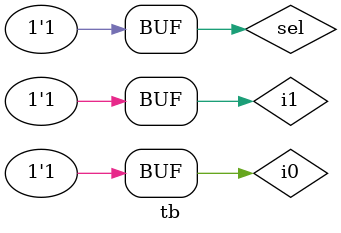
<source format=v>
`include "mux.v"

module tb;

reg i0,i1,sel;
wire y;

mux mux1(i0,i1,sel,y);

initial begin
	i0 = 1'b0; i1 = 1'b1; sel = 1'b0;
	#5;
	i0 = 1'b1; i1 = 1'b1; sel = 1'b1;
	#10;

end

endmodule


</source>
